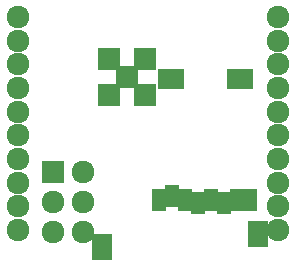
<source format=gbs>
G04 (created by PCBNEW (2013-mar-13)-testing) date Thu 04 Jul 2013 15:31:34 EST*
%MOIN*%
G04 Gerber Fmt 3.4, Leading zero omitted, Abs format*
%FSLAX34Y34*%
G01*
G70*
G90*
G04 APERTURE LIST*
%ADD10C,0.003937*%
%ADD11R,0.045248X0.074848*%
%ADD12R,0.070848X0.090548*%
%ADD13R,0.086648X0.070848*%
%ADD14R,0.075748X0.075748*%
%ADD15C,0.075748*%
G04 APERTURE END LIST*
G54D10*
G54D11*
X8066Y2208D03*
X8499Y2208D03*
X7633Y2129D03*
X7200Y2208D03*
X5468Y2208D03*
X5901Y2365D03*
X6334Y2208D03*
X6767Y2129D03*
G54D12*
X8775Y1086D03*
X3559Y653D03*
G54D13*
X8165Y6263D03*
X5881Y6263D03*
G54D14*
X1929Y3169D03*
G54D15*
X2929Y3169D03*
X1929Y2169D03*
X2929Y2169D03*
X1929Y1169D03*
X2929Y1169D03*
G54D14*
X4385Y6307D03*
X3785Y5707D03*
X4985Y5707D03*
X4985Y6907D03*
X3785Y6907D03*
G54D15*
X9441Y8314D03*
X9441Y5164D03*
X9441Y3590D03*
X9441Y4377D03*
X9441Y6739D03*
X9441Y5952D03*
X9441Y7527D03*
X9441Y2015D03*
X9441Y1227D03*
X9441Y2802D03*
X779Y2802D03*
X779Y1227D03*
X779Y2015D03*
X779Y7527D03*
X779Y5952D03*
X779Y6739D03*
X779Y4377D03*
X779Y3590D03*
X779Y5164D03*
X779Y8314D03*
M02*

</source>
